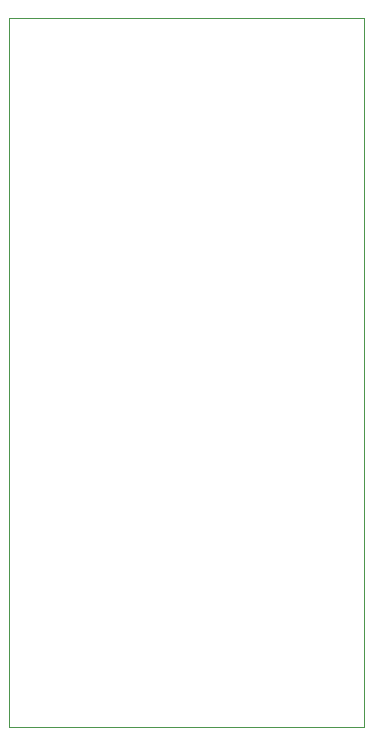
<source format=gbr>
%TF.GenerationSoftware,KiCad,Pcbnew,(6.0.9)*%
%TF.CreationDate,2022-11-27T14:47:39-05:00*%
%TF.ProjectId,Vex_Debug,5665785f-4465-4627-9567-2e6b69636164,rev?*%
%TF.SameCoordinates,Original*%
%TF.FileFunction,Profile,NP*%
%FSLAX46Y46*%
G04 Gerber Fmt 4.6, Leading zero omitted, Abs format (unit mm)*
G04 Created by KiCad (PCBNEW (6.0.9)) date 2022-11-27 14:47:39*
%MOMM*%
%LPD*%
G01*
G04 APERTURE LIST*
%TA.AperFunction,Profile*%
%ADD10C,0.100000*%
%TD*%
G04 APERTURE END LIST*
D10*
X80000000Y-60000000D02*
X110000000Y-60000000D01*
X110000000Y-60000000D02*
X110000000Y-120000000D01*
X110000000Y-120000000D02*
X80000000Y-120000000D01*
X80000000Y-120000000D02*
X80000000Y-60000000D01*
M02*

</source>
